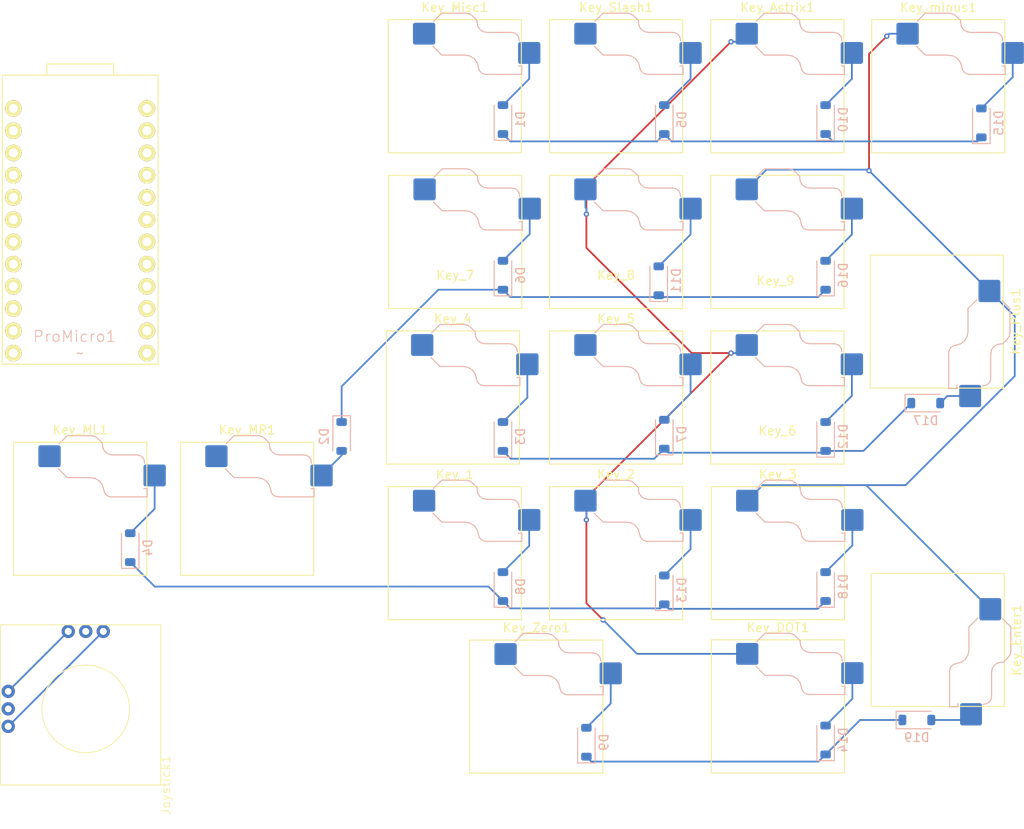
<source format=kicad_pcb>
(kicad_pcb (version 20241229) (generator "pcbnew") (generator_version "9.0")
  (layers (0 "F.Cu" signal) (2 "B.Cu" signal) (13 "F.Paste" user) (15 "B.Paste" user) (5 "F.SilkS" user "F.Silkscreen") (7 "B.SilkS" user "B.Silkscreen") (1 "F.Mask" user) (3 "B.Mask" user) (25 "Edge.Cuts" user))
  (net 0 "")
  (net 1 "Col3")
  (net 2 "Net-(D14-A)")
  (net 3 "Col1")
  (net 4 "Net-(D3-A)")
  (net 5 "Net-(D6-A)")
  (net 6 "Col2")
  (net 7 "Net-(D7-A)")
  (net 8 "Net-(D8-A)")
  (net 9 "Net-(D9-A)")
  (net 10 "Net-(D11-A)")
  (net 11 "Net-(D12-A)")
  (net 12 "Net-(D13-A)")
  (net 13 "Net-(D16-A)")
  (net 14 "Col4")
  (net 15 "Net-(D18-A)")
  (net 16 "Net-(D10-A)")
  (net 17 "Net-(D19-A)")
  (net 18 "Net-(D15-A)")
  (net 19 "Net-(D1-A)")
  (net 20 "Net-(D4-A)")
  (net 21 "Net-(D2-A)")
  (net 22 "Net-(D17-A)")
  (net 23 "Net-(D5-A)")
  (net 24 "Row4")
  (net 27 "Row2")
  (net 28 "GND")
  (net 34 "Row3")
  (net 35 "PWR")
  (net 36 "Row1")
  (net 38 "X Axis")
  (net 41 "Y Axis")
  (net 42 "Row5")
  (footprint "Switch_Keyboard_Hotswap_Kailh:SW_Hotswap_Kailh_Choc_V1V2_1.00u" (layer "F.Cu") (at 209.13 48.26)
    (property "Reference" "Key_Slash1" (at 0 -9 0) (layer "F.SilkS"))
    (property "Value" "SW_Push")
    (pad "" np_thru_hole circle (at -5.5 0) (size 1.9 1.9) (drill 1.9) (layers "*.Cu" "*.Mask"))
    (pad "" np_thru_hole circle (at -5 5.15) (size 1.6 1.6) (drill 1.6) (layers "*.Cu" "*.Mask"))
    (pad "" np_thru_hole circle (at 0 -5.9) (size 3.05 3.05) (drill 3.05) (layers "*.Cu" "*.Mask"))
    (pad "" np_thru_hole circle (at 0 0) (size 5.05 5.05) (drill 5.05) (layers "*.Cu" "*.Mask"))
    (pad "" np_thru_hole circle (at 5 -3.8) (size 3.05 3.05) (drill 3.05) (layers "*.Cu" "*.Mask"))
    (pad "" np_thru_hole circle (at 5.5 0) (size 1.9 1.9) (drill 1.9) (layers "*.Cu" "*.Mask"))
    (pad "1" smd roundrect (at -3.5 -6) (size 2.55 2.5) (layers "B.Cu" "B.Mask" "B.Paste") (roundrect_rratio 0.1) (net 6 "Col2"))
    (pad "2" smd roundrect (at 8.5 -3.8) (size 2.55 2.5) (layers "B.Cu" "B.Mask" "B.Paste") (roundrect_rratio 0.1) (net 23 "Net-(D5-A)"))
  )
  (footprint "Switch_Keyboard_Hotswap_Kailh:SW_Hotswap_Kailh_Choc_V1V2_1.00u" (layer "F.Cu") (at 227.545 48.26)
    (property "Reference" "Key_Astrix1" (at 0 -9 0) (layer "F.SilkS"))
    (property "Value" "SW_Push")
    (pad "" np_thru_hole circle (at -5.5 0) (size 1.9 1.9) (drill 1.9) (layers "*.Cu" "*.Mask"))
    (pad "" np_thru_hole circle (at -5 5.15) (size 1.6 1.6) (drill 1.6) (layers "*.Cu" "*.Mask"))
    (pad "" np_thru_hole circle (at 0 -5.9) (size 3.05 3.05) (drill 3.05) (layers "*.Cu" "*.Mask"))
    (pad "" np_thru_hole circle (at 0 0) (size 5.05 5.05) (drill 5.05) (layers "*.Cu" "*.Mask"))
    (pad "" np_thru_hole circle (at 5 -3.8) (size 3.05 3.05) (drill 3.05) (layers "*.Cu" "*.Mask"))
    (pad "" np_thru_hole circle (at 5.5 0) (size 1.9 1.9) (drill 1.9) (layers "*.Cu" "*.Mask"))
    (pad "1" smd roundrect (at -3.5 -6) (size 2.55 2.5) (layers "B.Cu" "B.Mask" "B.Paste") (roundrect_rratio 0.1) (net 1 "Col3"))
    (pad "2" smd roundrect (at 8.5 -3.8) (size 2.55 2.5) (layers "B.Cu" "B.Mask" "B.Paste") (roundrect_rratio 0.1) (net 16 "Net-(D10-A)"))
  )
  (footprint "Switch_Keyboard_Hotswap_Kailh:SW_Hotswap_Kailh_Choc_V1V2_1.00u" (layer "F.Cu") (at 227.545 66.04)
    (property "Reference" "Key_9" (at -0.215 4.445 0) (layer "F.SilkS"))
    (property "Value" "SW_Push")
    (pad "" np_thru_hole circle (at -5.5 0) (size 1.9 1.9) (drill 1.9) (layers "*.Cu" "*.Mask"))
    (pad "" np_thru_hole circle (at -5 5.15) (size 1.6 1.6) (drill 1.6) (layers "*.Cu" "*.Mask"))
    (pad "" np_thru_hole circle (at 0 -5.9) (size 3.05 3.05) (drill 3.05) (layers "*.Cu" "*.Mask"))
    (pad "" np_thru_hole circle (at 0 0) (size 5.05 5.05) (drill 5.05) (layers "*.Cu" "*.Mask"))
    (pad "" np_thru_hole circle (at 5 -3.8) (size 3.05 3.05) (drill 3.05) (layers "*.Cu" "*.Mask"))
    (pad "" np_thru_hole circle (at 5.5 0) (size 1.9 1.9) (drill 1.9) (layers "*.Cu" "*.Mask"))
    (pad "1" smd roundrect (at -3.5 -6) (size 2.55 2.5) (layers "B.Cu" "B.Mask" "B.Paste") (roundrect_rratio 0.1) (net 14 "Col4"))
    (pad "2" smd roundrect (at 8.5 -3.8) (size 2.55 2.5) (layers "B.Cu" "B.Mask" "B.Paste") (roundrect_rratio 0.1) (net 13 "Net-(D16-A)"))
  )
  (footprint "Switch_Keyboard_Hotswap_Kailh:SW_Hotswap_Kailh_Choc_V1V2_1.00u" (layer "F.Cu") (at 209.13 66.04)
    (property "Reference" "Key_8" (at 0 3.81 0) (layer "F.SilkS"))
    (property "Value" "SW_Push")
    (pad "" np_thru_hole circle (at -5.5 0) (size 1.9 1.9) (drill 1.9) (layers "*.Cu" "*.Mask"))
    (pad "" np_thru_hole circle (at -5 5.15) (size 1.6 1.6) (drill 1.6) (layers "*.Cu" "*.Mask"))
    (pad "" np_thru_hole circle (at 0 -5.9) (size 3.05 3.05) (drill 3.05) (layers "*.Cu" "*.Mask"))
    (pad "" np_thru_hole circle (at 0 0) (size 5.05 5.05) (drill 5.05) (layers "*.Cu" "*.Mask"))
    (pad "" np_thru_hole circle (at 5 -3.8) (size 3.05 3.05) (drill 3.05) (layers "*.Cu" "*.Mask"))
    (pad "" np_thru_hole circle (at 5.5 0) (size 1.9 1.9) (drill 1.9) (layers "*.Cu" "*.Mask"))
    (pad "1" smd roundrect (at -3.5 -6) (size 2.55 2.5) (layers "B.Cu" "B.Mask" "B.Paste") (roundrect_rratio 0.1) (net 1 "Col3"))
    (pad "2" smd roundrect (at 8.5 -3.8) (size 2.55 2.5) (layers "B.Cu" "B.Mask" "B.Paste") (roundrect_rratio 0.1) (net 10 "Net-(D11-A)"))
  )
  (footprint "Switch_Keyboard_Hotswap_Kailh:SW_Hotswap_Kailh_Choc_V1V2_1.00u" (layer "F.Cu") (at 190.77 66.04)
    (property "Reference" "Key_7" (at 0 3.81 0) (layer "F.SilkS"))
    (property "Value" "SW_Push")
    (pad "" np_thru_hole circle (at -5.5 0) (size 1.9 1.9) (drill 1.9) (layers "*.Cu" "*.Mask"))
    (pad "" np_thru_hole circle (at -5 5.15) (size 1.6 1.6) (drill 1.6) (layers "*.Cu" "*.Mask"))
    (pad "" np_thru_hole circle (at 0 -5.9) (size 3.05 3.05) (drill 3.05) (layers "*.Cu" "*.Mask"))
    (pad "" np_thru_hole circle (at 0 0) (size 5.05 5.05) (drill 5.05) (layers "*.Cu" "*.Mask"))
    (pad "" np_thru_hole circle (at 5 -3.8) (size 3.05 3.05) (drill 3.05) (layers "*.Cu" "*.Mask"))
    (pad "" np_thru_hole circle (at 5.5 0) (size 1.9 1.9) (drill 1.9) (layers "*.Cu" "*.Mask"))
    (pad "1" smd roundrect (at -3.5 -6) (size 2.55 2.5) (layers "B.Cu" "B.Mask" "B.Paste") (roundrect_rratio 0.1) (net 6 "Col2"))
    (pad "2" smd roundrect (at 8.5 -3.8) (size 2.55 2.5) (layers "B.Cu" "B.Mask" "B.Paste") (roundrect_rratio 0.1) (net 5 "Net-(D6-A)"))
  )
  (footprint "Switch_Keyboard_Hotswap_Kailh:SW_Hotswap_Kailh_Choc_V1V2_1.00u" (layer "F.Cu") (at 209.13 101.6)
    (property "Reference" "Key_2" (at 0 -9 0) (layer "F.SilkS"))
    (property "Value" "SW_Push")
    (pad "" np_thru_hole circle (at -5.5 0) (size 1.9 1.9) (drill 1.9) (layers "*.Cu" "*.Mask"))
    (pad "" np_thru_hole circle (at -5 5.15) (size 1.6 1.6) (drill 1.6) (layers "*.Cu" "*.Mask"))
    (pad "" np_thru_hole circle (at 0 -5.9) (size 3.05 3.05) (drill 3.05) (layers "*.Cu" "*.Mask"))
    (pad "" np_thru_hole circle (at 0 0) (size 5.05 5.05) (drill 5.05) (layers "*.Cu" "*.Mask"))
    (pad "" np_thru_hole circle (at 5 -3.8) (size 3.05 3.05) (drill 3.05) (layers "*.Cu" "*.Mask"))
    (pad "" np_thru_hole circle (at 5.5 0) (size 1.9 1.9) (drill 1.9) (layers "*.Cu" "*.Mask"))
    (pad "1" smd roundrect (at -3.5 -6) (size 2.55 2.5) (layers "B.Cu" "B.Mask" "B.Paste") (roundrect_rratio 0.1) (net 1 "Col3"))
    (pad "2" smd roundrect (at 8.5 -3.8) (size 2.55 2.5) (layers "B.Cu" "B.Mask" "B.Paste") (roundrect_rratio 0.1) (net 12 "Net-(D13-A)"))
  )
  (footprint "Sparky Boards:ARDUINO_PRO_MICRO" (layer "F.Cu") (at 147.955 63.5)
    (property "Reference" "ProMicro1" (at -0.635 13.335 0) (layer "B.SilkS") (effects (font (size 1.27 1.27) (thickness 0.1016))))
    (property "Value" "~" (at 0 15.24 0) (layer "B.SilkS") (effects (font (size 1.27 1.27) (thickness 0.1016))))
    (pad "1" thru_hole circle (at -7.62 -12.7) (size 1.8796 1.8796) (drill 1.016) (layers "*.Cu" "F.Mask" "F.SilkS" "F.Paste"))
    (pad "2" thru_hole circle (at -7.62 -10.16) (size 1.8796 1.8796) (drill 1.016) (layers "*.Cu" "F.Mask" "F.SilkS" "F.Paste"))
    (pad "3" thru_hole circle (at -7.62 -7.62) (size 1.8796 1.8796) (drill 1.016) (layers "*.Cu" "F.Mask" "F.SilkS" "F.Paste"))
    (pad "4" thru_hole circle (at -7.62 -5.08) (size 1.8796 1.8796) (drill 1.016) (layers "*.Cu" "F.Mask" "F.SilkS" "F.Paste"))
    (pad "5" thru_hole circle (at -7.62 -2.54) (size 1.8796 1.8796) (drill 1.016) (layers "*.Cu" "F.Mask" "F.SilkS" "F.Paste"))
    (pad "6" thru_hole circle (at -7.62 0) (size 1.8796 1.8796) (drill 1.016) (layers "*.Cu" "F.Mask" "F.SilkS" "F.Paste"))
    (pad "7" thru_hole circle (at -7.62 2.54) (size 1.8796 1.8796) (drill 1.016) (layers "*.Cu" "F.Mask" "F.SilkS" "F.Paste"))
    (pad "8" thru_hole circle (at -7.62 5.08) (size 1.8796 1.8796) (drill 1.016) (layers "*.Cu" "F.Mask" "F.SilkS" "F.Paste"))
    (pad "9" thru_hole circle (at -7.62 7.62) (size 1.8796 1.8796) (drill 1.016) (layers "*.Cu" "F.Mask" "F.SilkS" "F.Paste") (net 14 "Col4"))
    (pad "10" thru_hole circle (at -7.62 10.16) (size 1.8796 1.8796) (drill 1.016) (layers "*.Cu" "F.Mask" "F.SilkS" "F.Paste") (net 1 "Col3"))
    (pad "11" thru_hole circle (at -7.62 12.7) (size 1.8796 1.8796) (drill 1.016) (layers "*.Cu" "F.Mask" "F.SilkS" "F.Paste") (net 6 "Col2"))
    (pad "12" thru_hole circle (at -7.62 15.24) (size 1.8796 1.8796) (drill 1.016) (layers "*.Cu" "F.Mask" "F.SilkS" "F.Paste") (net 3 "Col1"))
    (pad "13" thru_hole circle (at 7.62 15.24) (size 1.8796 1.8796) (drill 1.016) (layers "*.Cu" "F.Mask" "F.SilkS" "F.Paste") (net 42 "Row5"))
    (pad "14" thru_hole circle (at 7.62 12.7) (size 1.8796 1.8796) (drill 1.016) (layers "*.Cu" "F.Mask" "F.SilkS" "F.Paste") (net 24 "Row4"))
    (pad "15" thru_hole circle (at 7.62 10.16) (size 1.8796 1.8796) (drill 1.016) (layers "*.Cu" "F.Mask" "F.SilkS" "F.Paste") (net 24 "Row4"))
    (pad "16" thru_hole circle (at 7.62 7.62) (size 1.8796 1.8796) (drill 1.016) (layers "*.Cu" "F.Mask" "F.SilkS" "F.Paste") (net 34 "Row3"))
    (pad "17" thru_hole circle (at 7.62 5.08) (size 1.8796 1.8796) (drill 1.016) (layers "*.Cu" "F.Mask" "F.SilkS" "F.Paste") (net 27 "Row2"))
    (pad "18" thru_hole circle (at 7.62 2.54) (size 1.8796 1.8796) (drill 1.016) (layers "*.Cu" "F.Mask" "F.SilkS" "F.Paste") (net 36 "Row1"))
    (pad "19" thru_hole circle (at 7.62 0) (size 1.8796 1.8796) (drill 1.016) (layers "*.Cu" "F.Mask" "F.SilkS" "F.Paste") (net 41 "Y Axis"))
    (pad "20" thru_hole circle (at 7.62 -2.54) (size 1.8796 1.8796) (drill 1.016) (layers "*.Cu" "F.Mask" "F.SilkS" "F.Paste") (net 38 "X Axis"))
    (pad "21" thru_hole circle (at 7.62 -5.08) (size 1.8796 1.8796) (drill 1.016) (layers "*.Cu" "F.Mask" "F.SilkS" "F.Paste") (net 35 "PWR"))
    (pad "22" thru_hole circle (at 7.62 -7.62) (size 1.8796 1.8796) (drill 1.016) (layers "*.Cu" "F.Mask" "F.SilkS" "F.Paste"))
    (pad "23" thru_hole circle (at 7.62 -10.16) (size 1.8796 1.8796) (drill 1.016) (layers "*.Cu" "F.Mask" "F.SilkS" "F.Paste") (net 28 "GND"))
    (pad "24" thru_hole circle (at 7.62 -12.7) (size 1.8796 1.8796) (drill 1.016) (layers "*.Cu" "F.Mask" "F.SilkS" "F.Paste"))
  )
  (footprint "Switch_Keyboard_Hotswap_Kailh:SW_Hotswap_Kailh_Choc_V1V2_2.00u" (layer "F.Cu") (at 245.845952 111.499522 -90)
    (property "Reference" "Key_Enter1" (at 0 -9 90) (layer "F.SilkS"))
    (property "Value" "SW_Push")
    (pad "" np_thru_hole circle (at -5.5 0 270) (size 1.9 1.9) (drill 1.9) (layers "*.Cu" "*.Mask"))
    (pad "" np_thru_hole circle (at -5 5.15 270) (size 1.6 1.6) (drill 1.6) (layers "*.Cu" "*.Mask"))
    (pad "" np_thru_hole circle (at 0 -5.9 270) (size 3.05 3.05) (drill 3.05) (layers "*.Cu" "*.Mask"))
    (pad "" np_thru_hole circle (at 0 0 270) (size 5.05 5.05) (drill 5.05) (layers "*.Cu" "*.Mask"))
    (pad "" np_thru_hole circle (at 5 -3.8 270) (size 3.05 3.05) (drill 3.05) (layers "*.Cu" "*.Mask"))
    (pad "" np_thru_hole circle (at 5.5 0 270) (size 1.9 1.9) (drill 1.9) (layers "*.Cu" "*.Mask"))
    (pad "1" smd roundrect (at -3.5 -6 270) (size 2.55 2.5) (layers "B.Cu" "B.Mask" "B.Paste") (roundrect_rratio 0.1) (net 14 "Col4"))
    (pad "2" smd roundrect (at 8.5 -3.8 270) (size 2.55 2.5) (layers "B.Cu" "B.Mask" "B.Paste") (roundrect_rratio 0.1) (net 17 "Net-(D19-A)"))
  )
  (footprint "Switch_Keyboard_Hotswap_Kailh:SW_Hotswap_Kailh_Choc_V1V2_2.00u" (layer "F.Cu") (at 200.017017 119.119223)
    (property "Reference" "Key_Zero1" (at 0 -9 0) (layer "F.SilkS"))
    (property "Value" "SW_Push")
    (pad "" np_thru_hole circle (at -5.5 0) (size 1.9 1.9) (drill 1.9) (layers "*.Cu" "*.Mask"))
    (pad "" np_thru_hole circle (at -5 5.15) (size 1.6 1.6) (drill 1.6) (layers "*.Cu" "*.Mask"))
    (pad "" np_thru_hole circle (at 0 -5.9) (size 3.05 3.05) (drill 3.05) (layers "*.Cu" "*.Mask"))
    (pad "" np_thru_hole circle (at 0 0) (size 5.05 5.05) (drill 5.05) (layers "*.Cu" "*.Mask"))
    (pad "" np_thru_hole circle (at 5 -3.8) (size 3.05 3.05) (drill 3.05) (layers "*.Cu" "*.Mask"))
    (pad "" np_thru_hole circle (at 5.5 0) (size 1.9 1.9) (drill 1.9) (layers "*.Cu" "*.Mask"))
    (pad "1" smd roundrect (at -3.5 -6) (size 2.55 2.5) (layers "B.Cu" "B.Mask" "B.Paste") (roundrect_rratio 0.1) (net 6 "Col2"))
    (pad "2" smd roundrect (at 8.5 -3.8) (size 2.55 2.5) (layers "B.Cu" "B.Mask" "B.Paste") (roundrect_rratio 0.1) (net 9 "Net-(D9-A)"))
  )
  (footprint "Switch_Keyboard_Hotswap_Kailh:SW_Hotswap_Kailh_Choc_V1V2_1.00u" (layer "F.Cu") (at 190.5 83.82)
    (property "Reference" "Key_4" (at 0 -9 0) (layer "F.SilkS"))
    (property "Value" "SW_Push")
    (pad "" np_thru_hole circle (at -5.5 0) (size 1.9 1.9) (drill 1.9) (layers "*.Cu" "*.Mask"))
    (pad "" np_thru_hole circle (at -5 5.15) (size 1.6 1.6) (drill 1.6) (layers "*.Cu" "*.Mask"))
    (pad "" np_thru_hole circle (at 0 -5.9) (size 3.05 3.05) (drill 3.05) (layers "*.Cu" "*.Mask"))
    (pad "" np_thru_hole circle (at 0 0) (size 5.05 5.05) (drill 5.05) (layers "*.Cu" "*.Mask"))
    (pad "" np_thru_hole circle (at 5 -3.8) (size 3.05 3.05) (drill 3.05) (layers "*.Cu" "*.Mask"))
    (pad "" np_thru_hole circle (at 5.5 0) (size 1.9 1.9) (drill 1.9) (layers "*.Cu" "*.Mask"))
    (pad "1" smd roundrect (at -3.5 -6) (size 2.55 2.5) (layers "B.Cu" "B.Mask" "B.Paste") (roundrect_rratio 0.1) (net 3 "Col1"))
    (pad "2" smd roundrect (at 8.5 -3.8) (size 2.55 2.5) (layers "B.Cu" "B.Mask" "B.Paste") (roundrect_rratio 0.1) (net 4 "Net-(D3-A)"))
  )
  (footprint "Switch_Keyboard_Hotswap_Kailh:SW_Hotswap_Kailh_Choc_V1V2_1.00u" (layer "F.Cu") (at 227.6 101.6)
    (property "Reference" "Key_3" (at 0 -9 0) (layer "F.SilkS"))
    (property "Value" "SW_Push")
    (pad "" np_thru_hole circle (at -5.5 0) (size 1.9 1.9) (drill 1.9) (layers "*.Cu" "*.Mask"))
    (pad "" np_thru_hole circle (at -5 5.15) (size 1.6 1.6) (drill 1.6) (layers "*.Cu" "*.Mask"))
    (pad "" np_thru_hole circle (at 0 -5.9) (size 3.05 3.05) (drill 3.05) (layers "*.Cu" "*.Mask"))
    (pad "" np_thru_hole circle (at 0 0) (size 5.05 5.05) (drill 5.05) (layers "*.Cu" "*.Mask"))
    (pad "" np_thru_hole circle (at 5 -3.8) (size 3.05 3.05) (drill 3.05) (layers "*.Cu" "*.Mask"))
    (pad "" np_thru_hole circle (at 5.5 0) (size 1.9 1.9) (drill 1.9) (layers "*.Cu" "*.Mask"))
    (pad "1" smd roundrect (at -3.5 -6) (size 2.55 2.5) (layers "B.Cu" "B.Mask" "B.Paste") (roundrect_rratio 0.1) (net 14 "Col4"))
    (pad "2" smd roundrect (at 8.5 -3.8) (size 2.55 2.5) (layers "B.Cu" "B.Mask" "B.Paste") (roundrect_rratio 0.1) (net 15 "Net-(D18-A)"))
  )
  (footprint "Switch_Keyboard_Hotswap_Kailh:SW_Hotswap_Kailh_Choc_V1V2_1.00u" (layer "F.Cu") (at 227.545 83.82)
    (property "Reference" "Key_6" (at 0 3.81 0) (layer "F.SilkS"))
    (property "Value" "SW_Push")
    (pad "" np_thru_hole circle (at -5.5 0) (size 1.9 1.9) (drill 1.9) (layers "*.Cu" "*.Mask"))
    (pad "" np_thru_hole circle (at -5 5.15) (size 1.6 1.6) (drill 1.6) (layers "*.Cu" "*.Mask"))
    (pad "" np_thru_hole circle (at 0 -5.9) (size 3.05 3.05) (drill 3.05) (layers "*.Cu" "*.Mask"))
    (pad "" np_thru_hole circle (at 0 0) (size 5.05 5.05) (drill 5.05) (layers "*.Cu" "*.Mask"))
    (pad "" np_thru_hole circle (at 5 -3.8) (size 3.05 3.05) (drill 3.05) (layers "*.Cu" "*.Mask"))
    (pad "" np_thru_hole circle (at 5.5 0) (size 1.9 1.9) (drill 1.9) (layers "*.Cu" "*.Mask"))
    (pad "1" smd roundrect (at -3.5 -6) (size 2.55 2.5) (layers "B.Cu" "B.Mask" "B.Paste") (roundrect_rratio 0.1) (net 1 "Col3"))
    (pad "2" smd roundrect (at 8.5 -3.8) (size 2.55 2.5) (layers "B.Cu" "B.Mask" "B.Paste") (roundrect_rratio 0.1) (net 11 "Net-(D12-A)"))
  )
  (footprint "Switch_Keyboard_Hotswap_Kailh:SW_Hotswap_Kailh_Choc_V1V2_1.00u" (layer "F.Cu") (at 245.904407 48.26)
    (property "Reference" "Key_minus1" (at 0 -9 0) (layer "F.SilkS"))
    (property "Value" "SW_Push")
    (pad "" np_thru_hole circle (at -5.5 0) (size 1.9 1.9) (drill 1.9) (layers "*.Cu" "*.Mask"))
    (pad "" np_thru_hole circle (at -5 5.15) (size 1.6 1.6) (drill 1.6) (layers "*.Cu" "*.Mask"))
    (pad "" np_thru_hole circle (at 0 -5.9) (size 3.05 3.05) (drill 3.05) (layers "*.Cu" "*.Mask"))
    (pad "" np_thru_hole circle (at 0 0) (size 5.05 5.05) (drill 5.05) (layers "*.Cu" "*.Mask"))
    (pad "" np_thru_hole circle (at 5 -3.8) (size 3.05 3.05) (drill 3.05) (layers "*.Cu" "*.Mask"))
    (pad "" np_thru_hole circle (at 5.5 0) (size 1.9 1.9) (drill 1.9) (layers "*.Cu" "*.Mask"))
    (pad "1" smd roundrect (at -3.5 -6) (size 2.55 2.5) (layers "B.Cu" "B.Mask" "B.Paste") (roundrect_rratio 0.1) (net 14 "Col4"))
    (pad "2" smd roundrect (at 8.5 -3.8) (size 2.55 2.5) (layers "B.Cu" "B.Mask" "B.Paste") (roundrect_rratio 0.1) (net 18 "Net-(D15-A)"))
  )
  (footprint "Switch_Keyboard_Hotswap_Kailh:SW_Hotswap_Kailh_Choc_V1V2_1.00u" (layer "F.Cu") (at 147.955 96.52)
    (property "Reference" "Key_ML1" (at 0 -9 0) (layer "F.SilkS"))
    (property "Value" "SW_Push")
    (pad "" np_thru_hole circle (at -5.5 0) (size 1.9 1.9) (drill 1.9) (layers "*.Cu" "*.Mask"))
    (pad "" np_thru_hole circle (at -5 5.15) (size 1.6 1.6) (drill 1.6) (layers "*.Cu" "*.Mask"))
    (pad "" np_thru_hole circle (at 0 -5.9) (size 3.05 3.05) (drill 3.05) (layers "*.Cu" "*.Mask"))
    (pad "" np_thru_hole circle (at 0 0) (size 5.05 5.05) (drill 5.05) (layers "*.Cu" "*.Mask"))
    (pad "" np_thru_hole circle (at 5 -3.8) (size 3.05 3.05) (drill 3.05) (layers "*.Cu" "*.Mask"))
    (pad "" np_thru_hole circle (at 5.5 0) (size 1.9 1.9) (drill 1.9) (layers "*.Cu" "*.Mask"))
    (pad "1" smd roundrect (at -3.5 -6) (size 2.55 2.5) (layers "B.Cu" "B.Mask" "B.Paste") (roundrect_rratio 0.1) (net 3 "Col1"))
    (pad "2" smd roundrect (at 8.5 -3.8) (size 2.55 2.5) (layers "B.Cu" "B.Mask" "B.Paste") (roundrect_rratio 0.1) (net 20 "Net-(D4-A)"))
  )
  (footprint "Switch_Keyboard_Hotswap_Kailh:SW_Hotswap_Kailh_Choc_V1V2_1.00u" (layer "F.Cu") (at 227.6 119.096)
    (property "Reference" "Key_DOT1" (at 0 -9 0) (layer "F.SilkS"))
    (property "Value" "SW_Push")
    (pad "" np_thru_hole circle (at -5.5 0) (size 1.9 1.9) (drill 1.9) (layers "*.Cu" "*.Mask"))
    (pad "" np_thru_hole circle (at -5 5.15) (size 1.6 1.6) (drill 1.6) (layers "*.Cu" "*.Mask"))
    (pad "" np_thru_hole circle (at 0 -5.9) (size 3.05 3.05) (drill 3.05) (layers "*.Cu" "*.Mask"))
    (pad "" np_thru_hole circle (at 0 0) (size 5.05 5.05) (drill 5.05) (layers "*.Cu" "*.Mask"))
    (pad "" np_thru_hole circle (at 5 -3.8) (size 3.05 3.05) (drill 3.05) (layers "*.Cu" "*.Mask"))
    (pad "" np_thru_hole circle (at 5.5 0) (size 1.9 1.9) (drill 1.9) (layers "*.Cu" "*.Mask"))
    (pad "1" smd roundrect (at -3.5 -6) (size 2.55 2.5) (layers "B.Cu" "B.Mask" "B.Paste") (roundrect_rratio 0.1) (net 1 "Col3"))
    (pad "2" smd roundrect (at 8.5 -3.8) (size 2.55 2.5) (layers "B.Cu" "B.Mask" "B.Paste") (roundrect_rratio 0.1) (net 2 "Net-(D14-A)"))
  )
  (footprint "Switch_Keyboard_Hotswap_Kailh:SW_Hotswap_Kailh_Choc_V1V2_1.00u" (layer "F.Cu") (at 167.005 96.52)
    (property "Reference" "Key_MR1" (at 0 -9 0) (layer "F.SilkS"))
    (property "Value" "SW_Push")
    (pad "" np_thru_hole circle (at -5.5 0) (size 1.9 1.9) (drill 1.9) (layers "*.Cu" "*.Mask"))
    (pad "" np_thru_hole circle (at -5 5.15) (size 1.6 1.6) (drill 1.6) (layers "*.Cu" "*.Mask"))
    (pad "" np_thru_hole circle (at 0 -5.9) (size 3.05 3.05) (drill 3.05) (layers "*.Cu" "*.Mask"))
    (pad "" np_thru_hole circle (at 0 0) (size 5.05 5.05) (drill 5.05) (layers "*.Cu" "*.Mask"))
    (pad "" np_thru_hole circle (at 5 -3.8) (size 3.05 3.05) (drill 3.05) (layers "*.Cu" "*.Mask"))
    (pad "" np_thru_hole circle (at 5.5 0) (size 1.9 1.9) (drill 1.9) (layers "*.Cu" "*.Mask"))
    (pad "1" smd roundrect (at -3.5 -6) (size 2.55 2.5) (layers "B.Cu" "B.Mask" "B.Paste") (roundrect_rratio 0.1) (net 3 "Col1"))
    (pad "2" smd roundrect (at 8.5 -3.8) (size 2.55 2.5) (layers "B.Cu" "B.Mask" "B.Paste") (roundrect_rratio 0.1) (net 21 "Net-(D2-A)"))
  )
  (footprint "Switch_Keyboard_Hotswap_Kailh:SW_Hotswap_Kailh_Choc_V1V2_1.00u" (layer "F.Cu") (at 190.715 48.26)
    (property "Reference" "Key_Misc1" (at 0 -9 0) (layer "F.SilkS"))
    (property "Value" "SW_Push")
    (pad "" np_thru_hole circle (at -5.5 0) (size 1.9 1.9) (drill 1.9) (layers "*.Cu" "*.Mask"))
    (pad "" np_thru_hole circle (at -5 5.15) (size 1.6 1.6) (drill 1.6) (layers "*.Cu" "*.Mask"))
    (pad "" np_thru_hole circle (at 0 -5.9) (size 3.05 3.05) (drill 3.05) (layers "*.Cu" "*.Mask"))
    (pad "" np_thru_hole circle (at 0 0) (size 5.05 5.05) (drill 5.05) (layers "*.Cu" "*.Mask"))
    (pad "" np_thru_hole circle (at 5 -3.8) (size 3.05 3.05) (drill 3.05) (layers "*.Cu" "*.Mask"))
    (pad "" np_thru_hole circle (at 5.5 0) (size 1.9 1.9) (drill 1.9) (layers "*.Cu" "*.Mask"))
    (pad "1" smd roundrect (at -3.5 -6) (size 2.55 2.5) (layers "B.Cu" "B.Mask" "B.Paste") (roundrect_rratio 0.1) (net 3 "Col1"))
    (pad "2" smd roundrect (at 8.5 -3.8) (size 2.55 2.5) (layers "B.Cu" "B.Mask" "B.Paste") (roundrect_rratio 0.1) (net 19 "Net-(D1-A)"))
  )
  (footprint "Switch_Keyboard_Hotswap_Kailh:SW_Hotswap_Kailh_Choc_V1V2_1.00u" (layer "F.Cu") (at 209.13 83.82)
    (property "Reference" "Key_5" (at 0 -9 0) (layer "F.SilkS"))
    (property "Value" "SW_Push")
    (pad "" np_thru_hole circle (at -5.5 0) (size 1.9 1.9) (drill 1.9) (layers "*.Cu" "*.Mask"))
    (pad "" np_thru_hole circle (at -5 5.15) (size 1.6 1.6) (drill 1.6) (layers "*.Cu" "*.Mask"))
    (pad "" np_thru_hole circle (at 0 -5.9) (size 3.05 3.05) (drill 3.05) (layers "*.Cu" "*.Mask"))
    (pad "" np_thru_hole circle (at 0 0) (size 5.05 5.05) (drill 5.05) (layers "*.Cu" "*.Mask"))
    (pad "" np_thru_hole circle (at 5 -3.8) (size 3.05 3.05) (drill 3.05) (layers "*.Cu" "*.Mask"))
    (pad "" np_thru_hole circle (at 5.5 0) (size 1.9 1.9) (drill 1.9) (layers "*.Cu" "*.Mask"))
    (pad "1" smd roundrect (at -3.5 -6) (size 2.55 2.5) (layers "B.Cu" "B.Mask" "B.Paste") (roundrect_rratio 0.1) (net 6 "Col2"))
    (pad "2" smd roundrect (at 8.5 -3.8) (size 2.55 2.5) (layers "B.Cu" "B.Mask" "B.Paste") (roundrect_rratio 0.1) (net 7 "Net-(D7-A)"))
  )
  (footprint "SparkFun-KiCad-Libraries-main:joystick" (layer "F.Cu") (at 148.59 119.38 90)
    (property "Reference" "Joystick1" (at -8.72117 9.125463 90) (layer "F.SilkS") (effects (font (thickness 0.1))))
    (property "Value" "~")
    (pad "1" thru_hole circle (at -2 -8.85 90) (size 1.524 1.524) (drill 0.8) (layers "*.Cu" "*.Mask") (net 35 "PWR"))
    (pad "1" thru_hole circle (at 8.85 2 90) (size 1.524 1.524) (drill 0.8) (layers "*.Cu" "*.Mask") (net 35 "PWR"))
    (pad "2" thru_hole circle (at 0 -8.85 90) (size 1.524 1.524) (drill 0.762) (layers "*.Cu" "*.Mask") (net 41 "Y Axis"))
    (pad "3" thru_hole circle (at 8.85 0 90) (size 1.524 1.524) (drill 0.8) (layers "*.Cu" "*.Mask") (net 38 "X Axis"))
    (pad "4" thru_hole circle (at 2 -8.85 90) (size 1.524 1.524) (drill 0.762) (layers "*.Cu" "*.Mask") (net 28 "GND"))
    (pad "4" thru_hole circle (at 8.85 -2 90) (size 1.524 1.524) (drill 0.8) (layers "*.Cu" "*.Mask") (net 28 "GND"))
  )
  (footprint "Switch_Keyboard_Hotswap_Kailh:SW_Hotswap_Kailh_Choc_V1V2_1.00u" (layer "F.Cu") (at 190.715 101.6)
    (property "Reference" "Key_1" (at 0 -9 0) (layer "F.SilkS"))
    (property "Value" "SW_Push")
    (pad "" np_thru_hole circle (at -5.5 0) (size 1.9 1.9) (drill 1.9) (layers "*.Cu" "*.Mask"))
    (pad "" np_thru_hole circle (at -5 5.15) (size 1.6 1.6) (drill 1.6) (layers "*.Cu" "*.Mask"))
    (pad "" np_thru_hole circle (at 0 -5.9) (size 3.05 3.05) (drill 3.05) (layers "*.Cu" "*.Mask"))
    (pad "" np_thru_hole circle (at 0 0) (size 5.05 5.05) (drill 5.05) (layers "*.Cu" "*.Mask"))
    (pad "" np_thru_hole circle (at 5 -3.8) (size 3.05 3.05) (drill 3.05) (layers "*.Cu" "*.Mask"))
    (pad "" np_thru_hole circle (at 5.5 0) (size 1.9 1.9) (drill 1.9) (layers "*.Cu" "*.Mask"))
    (pad "1" smd roundrect (at -3.5 -6) (size 2.55 2.5) (layers "B.Cu" "B.Mask" "B.Paste") (roundrect_rratio 0.1) (net 6 "Col2"))
    (pad "2" smd roundrect (at 8.5 -3.8) (size 2.55 2.5) (layers "B.Cu" "B.Mask" "B.Paste") (roundrect_rratio 0.1) (net 8 "Net-(D8-A)"))
  )
  (footprint "Switch_Keyboard_Hotswap_Kailh:SW_Hotswap_Kailh_Choc_V1V2_2.00u" (layer "F.Cu") (at 245.745 75.145 -90)
    (property "Reference" "Key_Plus1" (at 0 -9 90) (layer "F.SilkS"))
    (property "Value" "SW_Push")
    (pad "" np_thru_hole circle (at -5.5 0 270) (size 1.9 1.9) (drill 1.9) (layers "*.Cu" "*.Mask"))
    (pad "" np_thru_hole circle (at -5 5.15 270) (size 1.6 1.6) (drill 1.6) (layers "*.Cu" "*.Mask"))
    (pad "" np_thru_hole circle (at 0 -5.9 270) (size 3.05 3.05) (drill 3.05) (layers "*.Cu" "*.Mask"))
    (pad "" np_thru_hole circle (at 0 0 270) (size 5.05 5.05) (drill 5.05) (layers "*.Cu" "*.Mask"))
    (pad "" np_thru_hole circle (at 5 -3.8 270) (size 3.05 3.05) (drill 3.05) (layers "*.Cu" "*.Mask"))
    (pad "" np_thru_hole circle (at 5.5 0 270) (size 1.9 1.9) (drill 1.9) (layers "*.Cu" "*.Mask"))
    (pad "1" smd roundrect (at -3.5 -6 270) (size 2.55 2.5) (layers "B.Cu" "B.Mask" "B.Paste") (roundrect_rratio 0.1) (net 14 "Col4"))
    (pad "2" smd roundrect (at 8.5 -3.8 270) (size 2.55 2.5) (layers "B.Cu" "B.Mask" "B.Paste") (roundrect_rratio 0.1) (net 22 "Net-(D17-A)"))
  )
  (footprint "Diode_SMD:D_SOD-123" (layer "B.Cu") (at 243.46 120.65)
    (property "Reference" "D19" (at 0 2 180) (layer "B.SilkS") (effects (justify mirror)))
    (property "Value" "D")
    (pad "1" smd roundrect (at -1.65 0) (size 0.9 1.2) (layers "B.Cu" "B.Mask" "B.Paste") (net 42 "Row5"))
    (pad "2" smd roundrect (at 1.65 0) (size 0.9 1.2) (layers "B.Cu" "B.Mask" "B.Paste") (net 17 "Net-(D19-A)"))
  )
  (footprint "Diode_SMD:D_SOD-123" (layer "B.Cu") (at 233.045 69.85 90)
    (property "Reference" "D16" (at 0 2 90) (layer "B.SilkS") (effects (justify mirror)))
    (property "Value" "D")
    (pad "1" smd roundrect (at -1.65 0 90) (size 0.9 1.2) (layers "B.Cu" "B.Mask" "B.Paste") (net 27 "Row2"))
    (pad "2" smd roundrect (at 1.65 0 90) (size 0.9 1.2) (layers "B.Cu" "B.Mask" "B.Paste") (net 13 "Net-(D16-A)"))
  )
  (footprint "Diode_SMD:D_SOD-123" (layer "B.Cu") (at 250.825 52.45 90)
    (property "Reference" "D15" (at 0 2 90) (layer "B.SilkS") (effects (justify mirror)))
    (property "Value" "D")
    (pad "1" smd roundrect (at -1.65 0 90) (size 0.9 1.2) (layers "B.Cu" "B.Mask" "B.Paste") (net 36 "Row1"))
    (pad "2" smd roundrect (at 1.65 0 90) (size 0.9 1.2) (layers "B.Cu" "B.Mask" "B.Paste") (net 18 "Net-(D15-A)"))
  )
  (footprint "Diode_SMD:D_SOD-123" (layer "B.Cu") (at 214.63 52.07 90)
    (property "Reference" "D5" (at 0 2 90) (layer "B.SilkS") (effects (justify mirror)))
    (property "Value" "D")
    (pad "1" smd roundrect (at -1.65 0 90) (size 0.9 1.2) (layers "B.Cu" "B.Mask" "B.Paste") (net 36 "Row1"))
    (pad "2" smd roundrect (at 1.65 0 90) (size 0.9 1.2) (layers "B.Cu" "B.Mask" "B.Paste") (net 23 "Net-(D5-A)"))
  )
  (footprint "Diode_SMD:D_SOD-123" (layer "B.Cu") (at 196.215 88.265 90)
    (property "Reference" "D3" (at 0 2 90) (layer "B.SilkS") (effects (justify mirror)))
    (property "Value" "D")
    (pad "1" smd roundrect (at -1.65 0 90) (size 0.9 1.2) (layers "B.Cu" "B.Mask" "B.Paste") (net 34 "Row3"))
    (pad "2" smd roundrect (at 1.65 0 90) (size 0.9 1.2) (layers "B.Cu" "B.Mask" "B.Paste") (net 4 "Net-(D3-A)"))
  )
  (footprint "Diode_SMD:D_SOD-123" (layer "B.Cu") (at 153.67 100.965 90)
    (property "Reference" "D4" (at 0 2 90) (layer "B.SilkS") (effects (justify mirror)))
    (property "Value" "D")
    (pad "1" smd roundrect (at -1.65 0 90) (size 0.9 1.2) (layers "B.Cu" "B.Mask" "B.Paste") (net 24 "Row4"))
    (pad "2" smd roundrect (at 1.65 0 90) (size 0.9 1.2) (layers "B.Cu" "B.Mask" "B.Paste") (net 20 "Net-(D4-A)"))
  )
  (footprint "Diode_SMD:D_SOD-123" (layer "B.Cu") (at 233.045 88.265 90)
    (property "Reference" "D12" (at 0 2 90) (layer "B.SilkS") (effects (justify mirror)))
    (property "Value" "D")
    (pad "1" smd roundrect (at -1.65 0 90) (size 0.9 1.2) (layers "B.Cu" "B.Mask" "B.Paste") (net 34 "Row3"))
    (pad "2" smd roundrect (at 1.65 0 90) (size 0.9 1.2) (layers "B.Cu" "B.Mask" "B.Paste") (net 11 "Net-(D12-A)"))
  )
  (footprint "Diode_SMD:D_SOD-123" (layer "B.Cu") (at 213.995 70.485 90)
    (property "Reference" "D11" (at 0 2 90) (layer "B.SilkS") (effects (justify mirror)))
    (property "Value" "D")
    (pad "1" smd roundrect (at -1.65 0 90) (size 0.9 1.2) (layers "B.Cu" "B.Mask" "B.Paste") (net 27 "Row2"))
    (pad "2" smd roundrect (at 1.65 0 90) (size 0.9 1.2) (layers "B.Cu" "B.Mask" "B.Paste") (net 10 "Net-(D11-A)"))
  )
  (footprint "Diode_SMD:D_SOD-123" (layer "B.Cu") (at 196.215 69.85 90)
    (property "Reference" "D6" (at 0 2 90) (layer "B.SilkS") (effects (justify mirror)))
    (property "Value" "D")
    (pad "1" smd roundrect (at -1.65 0 90) (size 0.9 1.2) (layers "B.Cu" "B.Mask" "B.Paste") (net 27 "Row2"))
    (pad "2" smd roundrect (at 1.65 0 90) (size 0.9 1.2) (layers "B.Cu" "B.Mask" "B.Paste") (net 5 "Net-(D6-A)"))
  )
  (footprint "Diode_SMD:D_SOD-123" (layer "B.Cu") (at 233.045 52.07 90)
    (property "Reference" "D10" (at 0 2 90) (layer "B.SilkS") (effects (justify mirror)))
    (property "Value" "D")
    (pad "1" smd roundrect (at -1.65 0 90) (size 0.9 1.2) (layers "B.Cu" "B.Mask" "B.Paste") (net 36 "Row1"))
    (pad "2" smd roundrect (at 1.65 0 90) (size 0.9 1.2) (layers "B.Cu" "B.Mask" "B.Paste") (net 16 "Net-(D10-A)"))
  )
  (footprint "Diode_SMD:D_SOD-123" (layer "B.Cu") (at 196.215 52.07 90)
    (property "Reference" "D1" (at 0 2 90) (layer "B.SilkS") (effects (justify mirror)))
    (property "Value" "D")
    (pad "1" smd roundrect (at -1.65 0 90) (size 0.9 1.2) (layers "B.Cu" "B.Mask" "B.Paste") (net 36 "Row1"))
    (pad "2" smd roundrect (at 1.65 0 90) (size 0.9 1.2) (layers "B.Cu" "B.Mask" "B.Paste") (net 19 "Net-(D1-A)"))
  )
  (footprint "Diode_SMD:D_SOD-123" (layer "B.Cu") (at 177.8 88.265 -90)
    (property "Reference" "D2" (at 0 2 90) (layer "B.SilkS") (effects (justify mirror)))
    (property "Value" "D")
    (pad "1" smd roundrect (at -1.65 0 270) (size 0.9 1.2) (layers "B.Cu" "B.Mask" "B.Paste") (net 27 "Row2"))
    (pad "2" smd roundrect (at 1.65 0 270) (size 0.9 1.2) (layers "B.Cu" "B.Mask" "B.Paste") (net 21 "Net-(D2-A)"))
  )
  (footprint "Diode_SMD:D_SOD-123" (layer "B.Cu") (at 205.74 123.19 90)
    (property "Reference" "D9" (at 0 2 90) (layer "B.SilkS") (effects (justify mirror)))
    (property "Value" "D")
    (pad "1" smd roundrect (at -1.65 0 90) (size 0.9 1.2) (layers "B.Cu" "B.Mask" "B.Paste") (net 42 "Row5"))
    (pad "2" smd roundrect (at 1.65 0 90) (size 0.9 1.2) (layers "B.Cu" "B.Mask" "B.Paste") (net 9 "Net-(D9-A)"))
  )
  (footprint "Diode_SMD:D_SOD-123" (layer "B.Cu") (at 244.475 84.455)
    (property "Reference" "D17" (at 0 2 180) (layer "B.SilkS") (effects (justify mirror)))
    (property "Value" "D")
    (pad "1" smd roundrect (at -1.65 0) (size 0.9 1.2) (layers "B.Cu" "B.Mask" "B.Paste") (net 34 "Row3"))
    (pad "2" smd roundrect (at 1.65 0) (size 0.9 1.2) (layers "B.Cu" "B.Mask" "B.Paste") (net 22 "Net-(D17-A)"))
  )
  (footprint "Diode_SMD:D_SOD-123" (layer "B.Cu") (at 214.63 105.79 90)
    (property "Reference" "D13" (at 0 2 90) (layer "B.SilkS") (effects (justify mirror)))
    (property "Value" "D")
    (pad "1" smd roundrect (at -1.65 0 90) (size 0.9 1.2) (layers "B.Cu" "B.Mask" "B.Paste") (net 24 "Row4"))
    (pad "2" smd roundrect (at 1.65 0 90) (size 0.9 1.2) (layers "B.Cu" "B.Mask" "B.Paste") (net 12 "Net-(D13-A)"))
  )
  (footprint "Diode_SMD:D_SOD-123" (layer "B.Cu") (at 233.045 122.935 90)
    (property "Reference" "D14" (at 0 2 90) (layer "B.SilkS") (effects (justify mirror)))
    (property "Value" "D")
    (pad "1" smd roundrect (at -1.65 0 90) (size 0.9 1.2) (layers "B.Cu" "B.Mask" "B.Paste") (net 42 "Row5"))
    (pad "2" smd roundrect (at 1.65 0 90) (size 0.9 1.2) (layers "B.Cu" "B.Mask" "B.Paste") (net 2 "Net-(D14-A)"))
  )
  (footprint "Diode_SMD:D_SOD-123" (layer "B.Cu") (at 214.63 88.01 90)
    (property "Reference" "D7" (at 0 2 90) (layer "B.SilkS") (effects (justify mirror)))
    (property "Value" "D")
    (pad "1" smd roundrect (at -1.65 0 90) (size 0.9 1.2) (layers "B.Cu" "B.Mask" "B.Paste") (net 34 "Row3"))
    (pad "2" smd roundrect (at 1.65 0 90) (size 0.9 1.2) (layers "B.Cu" "B.Mask" "B.Paste") (net 7 "Net-(D7-A)"))
  )
  (footprint "Diode_SMD:D_SOD-123" (layer "B.Cu") (at 196.215 105.41 90)
    (property "Reference" "D8" (at 0 2 90) (layer "B.SilkS") (effects (justify mirror)))
    (property "Value" "D")
    (pad "1" smd roundrect (at -1.65 0 90) (size 0.9 1.2) (layers "B.Cu" "B.Mask" "B.Paste") (net 24 "Row4"))
    (pad "2" smd roundrect (at 1.65 0 90) (size 0.9 1.2) (layers "B.Cu" "B.Mask" "B.Paste") (net 8 "Net-(D8-A)"))
  )
  (footprint "Diode_SMD:D_SOD-123" (layer "B.Cu") (at 233.045 105.41 90)
    (property "Reference" "D18" (at 0 2 90) (layer "B.SilkS") (effects (justify mirror)))
    (property "Value" "D")
    (pad "1" smd roundrect (at -1.65 0 90) (size 0.9 1.2) (layers "B.Cu" "B.Mask" "B.Paste") (net 24 "Row4"))
    (pad "2" smd roundrect (at 1.65 0 90) (size 0.9 1.2) (layers "B.Cu" "B.Mask" "B.Paste") (net 15 "Net-(D18-A)"))
  )
  (segment (start 205.74 95.25) (end 222.25 78.74) (width 0.2) (layer "F.Cu") (net 1))
  (segment (start 205.74 66.717278) (end 205.74 62.865) (width 0.2) (layer "F.Cu") (net 1))
  (segment (start 222.25 78.74) (end 217.762722 78.74) (width 0.2) (layer "F.Cu") (net 1))
  (segment (start 205.74 107.315) (end 205.74 97.79) (width 0.2) (layer "F.Cu") (net 1))
  (segment (start 217.762722 78.74) (end 205.74 66.717278) (width 0.2) (layer "F.Cu") (net 1))
  (segment (start 207.645 109.22) (end 205.74 107.315) (width 0.2) (layer "F.Cu") (net 1))
  (segment (start 205.74 62.865) (end 205.74 59.69) (width 0.2) (layer "F.Cu") (net 1))
  (segment (start 205.74 97.79) (end 205.74 95.25) (width 0.2) (layer "F.Cu") (net 1))
  (segment (start 205.74 59.69) (end 222.25 43.18) (width 0.2) (layer "F.Cu") (net 1))
  (via (at 205.74 97.79) (size 0.6) (drill 0.3) (layers "F.Cu" "B.Cu") (net 1))
  (via (at 207.645 109.22) (size 0.6) (drill 0.3) (layers "F.Cu" "B.Cu") (net 1))
  (via (at 222.25 43.18) (size 0.6) (drill 0.3) (layers "F.Cu" "B.Cu") (net 1))
  (via (at 222.25 78.74) (size 0.6) (drill 0.3) (layers "F.Cu" "B.Cu") (net 1))
  (via (at 205.74 62.865) (size 0.6) (drill 0.3) (layers "F.Cu" "B.Cu") (net 1))
  (segment (start 211.521 113.096) (end 207.645 109.22) (width 0.2) (layer "B.Cu") (net 1))
  (segment (start 223.125 43.18) (end 224.045 42.26) (width 0.2) (layer "B.Cu") (net 1))
  (segment (start 223.125 78.74) (end 224.045 77.82) (width 0.2) (layer "B.Cu") (net 1))
  (segment (start 205.63 62.12) (end 205.63 60.04) (width 0.2) (layer "B.Cu") (net 1))
  (segment (start 222.25 78.74) (end 223.125 78.74) (width 0.2) (layer "B.Cu") (net 1))
  (segment (start 205.74 62.23) (end 205.63 62.12) (width 0.2) (layer "B.Cu") (net 1))
  (segment (start 205.74 62.865) (end 205.74 62.23) (width 0.2) (layer "B.Cu") (net 1))
  (segment (start 224.1 113.096) (end 211.521 113.096) (width 0.2) (layer "B.Cu") (net 1))
  (segment (start 205.74 97.79) (end 205.74 95.71) (width 0.2) (layer "B.Cu") (net 1))
  (segment (start 222.25 43.18) (end 223.125 43.18) (width 0.2) (layer "B.Cu") (net 1))
  (segment (start 205.74 95.71) (end 205.63 95.6) (width 0.2) (layer "B.Cu") (net 1))
  (segment (start 233.045 121.285) (end 236.1 118.23) (width 0.2) (layer "B.Cu") (net 2))
  (segment (start 236.1 118.23) (end 236.1 115.296) (width 0.2) (layer "B.Cu") (net 2))
  (segment (start 199 83.83) (end 199 80.02) (width 0.2) (layer "B.Cu") (net 4))
  (segment (start 196.215 86.615) (end 199 83.83) (width 0.2) (layer "B.Cu") (net 4))
  (segment (start 199.27 65.145) (end 199.27 62.24) (width 0.2) (layer "B.Cu") (net 5))
  (segment (start 196.215 68.2) (end 199.27 65.145) (width 0.2) (layer "B.Cu") (net 5))
  (segment (start 214.63 86.36) (end 217.63 83.36) (width 0.2) (layer "B.Cu") (net 7))
  (segment (start 217.63 83.36) (end 217.63 80.02) (width 0.2) (layer "B.Cu") (net 7))
  (segment (start 199.215 100.76) (end 199.215 97.8) (width 0.2) (layer "B.Cu") (net 8))
  (segment (start 196.215 103.76) (end 199.215 100.76) (width 0.2) (layer "B.Cu") (net 8))
  (segment (start 205.74 121.54) (end 208.517017 118.762983) (width 0.2) (layer "B.Cu") (net 9))
  (segment (start 208.517017 118.762983) (end 208.517017 115.319223) (width 0.2) (layer "B.Cu") (net 9))
  (segment (start 217.63 65.2) (end 217.63 62.24) (width 0.2) (layer "B.Cu") (net 10))
  (segment (start 213.995 68.835) (end 217.63 65.2) (width 0.2) (layer "B.Cu") (net 10))
  (segment (start 236.045 83.615) (end 236.045 80.02) (width 0.2) (layer "B.Cu") (net 11))
  (segment (start 233.045 86.615) (end 236.045 83.615) (width 0.2) (layer "B.Cu") (net 11))
  (segment (start 217.63 101.14) (end 217.63 97.8) (width 0.2) (layer "B.Cu") (net 12))
  (segment (start 214.63 104.14) (end 217.63 101.14) (width 0.2) (layer "B.Cu") (net 12))
  (segment (start 233.045 68.2) (end 236.045 65.2) (width 0.2) (layer "B.Cu") (net 13))
  (segment (start 236.045 65.2) (end 236.045 62.24) (width 0.2) (layer "B.Cu") (net 13))
  (segment (start 238.005 57.905) (end 238.005 44.57) (width 0.2) (layer "F.Cu") (net 14))
  (segment (start 238.005 44.57) (end 240.03 42.545) (width 0.2) (layer "F.Cu") (net 14))
  (via (at 240.03 42.545) (size 0.6) (drill 0.3) (layers "F.Cu" "B.Cu") (net 14))
  (via (at 238.005 57.905) (size 0.6) (drill 0.3) (layers "F.Cu" "B.Cu") (net 14))
  (segment (start 240.03 42.545) (end 240.315 42.26) (width 0.2) (layer "B.Cu") (net 14))
  (segment (start 251.845952 107.999522) (end 237.67043 93.824) (width 0.2) (layer "B.Cu") (net 14))
  (segment (start 238.005 57.905) (end 237.885 57.785) (width 0.2) (layer "B.Cu") (net 14))
  (segment (start 225.876 93.824) (end 224.1 95.6) (width 0.2) (layer "B.Cu") (net 14))
  (segment (start 226.3 57.785) (end 224.045 60.04) (width 0.2) (layer "B.Cu") (net 14))
  (segment (start 251.745 71.645) (end 254.635 74.535) (width 0.2) (layer "B.Cu") (net 14))
  (segment (start 237.67043 93.824) (end 225.876 93.824) (width 0.2) (layer "B.Cu") (net 14))
  (segment (start 251.745 71.645) (end 238.005 57.905) (width 0.2) (layer "B.Cu") (net 14))
  (segment (start 240.315 42.26) (end 242.404407 42.26) (width 0.2) (layer "B.Cu") (net 14))
  (segment (start 254.635 74.535) (end 254.635 81.36616) (width 0.2) (layer "B.Cu") (net 14))
  (segment (start 242.17716 93.824) (end 237.67043 93.824) (width 0.2) (layer "B.Cu") (net 14))
  (segment (start 254.635 81.36616) (end 242.17716 93.824) (width 0.2) (layer "B.Cu") (net 14))
  (segment (start 237.885 57.785) (end 226.3 57.785) (width 0.2) (layer "B.Cu") (net 14))
  (segment (start 236.1 100.705) (end 236.1 97.8) (width 0.2) (layer "B.Cu") (net 15))
  (segment (start 233.045 103.76) (end 236.1 100.705) (width 0.2) (layer "B.Cu") (net 15))
  (segment (start 236.045 47.42) (end 236.045 44.46) (width 0.2) (layer "B.Cu") (net 16))
  (segment (start 233.045 50.42) (end 236.045 47.42) (width 0.2) (layer "B.Cu") (net 16))
  (segment (start 248.995474 120.65) (end 249.645952 119.999522) (width 0.2) (layer "B.Cu") (net 17))
  (segment (start 245.11 120.65) (end 248.995474 120.65) (width 0.2) (layer "B.Cu") (net 17))
  (segment (start 254.404407 47.220593) (end 254.404407 44.46) (width 0.2) (layer "B.Cu") (net 18))
  (segment (start 250.825 50.8) (end 254.404407 47.220593) (width 0.2) (layer "B.Cu") (net 18))
  (segment (start 199.215 47.42) (end 199.215 44.46) (width 0.2) (layer "B.Cu") (net 19))
  (segment (start 196.215 50.42) (end 199.215 47.42) (width 0.2) (layer "B.Cu") (net 19))
  (segment (start 156.455 96.53) (end 156.455 92.72) (width 0.2) (layer "B.Cu") (net 20))
  (segment (start 153.67 99.315) (end 156.455 96.53) (width 0.2) (layer "B.Cu") (net 20))
  (segment (start 177.8 90.425) (end 177.8 89.915) (width 0.2) (layer "B.Cu") (net 21))
  (segment (start 175.505 92.72) (end 177.8 90.425) (width 0.2) (layer "B.Cu") (net 21))
  (segment (start 246.935 83.645) (end 246.125 84.455) (width 0.2) (layer "B.Cu") (net 22))
  (segment (start 249.545 83.645) (end 246.935 83.645) (width 0.2) (layer "B.Cu") (net 22))
  (segment (start 217.63 47.42) (end 217.63 44.46) (width 0.2) (layer "B.Cu") (net 23))
  (segment (start 214.63 50.42) (end 217.63 47.42) (width 0.2) (layer "B.Cu") (net 23))
  (segment (start 197.056 107.901) (end 214.169 107.901) (width 0.2) (layer "B.Cu") (net 24))
  (segment (start 156.465 105.41) (end 194.565 105.41) (width 0.2) (layer "B.Cu") (net 24))
  (segment (start 215.14 107.95) (end 232.155 107.95) (width 0.2) (layer "B.Cu") (net 24))
  (segment (start 196.215 107.06) (end 197.056 107.901) (width 0.2) (layer "B.Cu") (net 24))
  (segment (start 214.169 107.901) (end 214.63 107.44) (width 0.2) (layer "B.Cu") (net 24))
  (segment (start 214.63 107.44) (end 215.14 107.95) (width 0.2) (layer "B.Cu") (net 24))
  (segment (start 232.155 107.95) (end 233.045 107.06) (width 0.2) (layer "B.Cu") (net 24))
  (segment (start 194.565 105.41) (end 196.215 107.06) (width 0.2) (layer "B.Cu") (net 24))
  (segment (start 153.67 102.615) (end 156.465 105.41) (width 0.2) (layer "B.Cu") (net 24))
  (segment (start 214.201 72.341) (end 232.204 72.341) (width 0.2) (layer "B.Cu") (net 27))
  (segment (start 177.8 82.55) (end 188.85 71.5) (width 0.2) (layer "B.Cu") (net 27))
  (segment (start 196.215 71.5) (end 197.056 72.341) (width 0.2) (layer "B.Cu") (net 27))
  (segment (start 197.056 72.341) (end 213.789 72.341) (width 0.2) (layer "B.Cu") (net 27))
  (segment (start 213.995 72.135) (end 214.201 72.341) (width 0.2) (layer "B.Cu") (net 27))
  (segment (start 188.85 71.5) (end 196.215 71.5) (width 0.2) (layer "B.Cu") (net 27))
  (segment (start 213.789 72.341) (end 213.995 72.135) (width 0.2) (layer "B.Cu") (net 27))
  (segment (start 232.204 72.341) (end 233.045 71.5) (width 0.2) (layer "B.Cu") (net 27))
  (segment (start 177.8 86.615) (end 177.8 82.55) (width 0.2) (layer "B.Cu") (net 27))
  (segment (start 139.74 117.38) (end 146.59 110.53) (width 0.2) (layer "B.Cu") (net 28))
  (segment (start 197.105 90.805) (end 196.215 89.915) (width 0.2) (layer "B.Cu") (net 34))
  (segment (start 215.091 90.121) (end 214.63 89.66) (width 0.2) (layer "B.Cu") (net 34))
  (segment (start 233.045 89.915) (end 232.839 90.121) (width 0.2) (layer "B.Cu") (net 34))
  (segment (start 232.839 90.121) (end 215.091 90.121) (width 0.2) (layer "B.Cu") (net 34))
  (segment (start 213.485 90.805) (end 197.105 90.805) (width 0.2) (layer "B.Cu") (net 34))
  (segment (start 233.045 89.915) (end 237.365 89.915) (width 0.2) (layer "B.Cu") (net 34))
  (segment (start 214.63 89.66) (end 213.485 90.805) (width 0.2) (layer "B.Cu") (net 34))
  (segment (start 237.365 89.915) (end 242.825 84.455) (width 0.2) (layer "B.Cu") (net 34))
  (segment (start 139.74 121.38) (end 150.59 110.53) (width 0.2) (layer "B.Cu") (net 35))
  (segment (start 250.364 54.561) (end 234.315 54.561) (width 0.2) (layer "B.Cu") (net 36))
  (segment (start 233.886 54.561) (end 233.045 53.72) (width 0.2) (layer "B.Cu") (net 36))
  (segment (start 215.471 54.561) (end 234.315 54.561) (width 0.2) (layer "B.Cu") (net 36))
  (segment (start 196.215 53.72) (end 197.056 54.561) (width 0.2) (layer "B.Cu") (net 36))
  (segment (start 214.63 53.72) (end 215.471 54.561) (width 0.2) (layer "B.Cu") (net 36))
  (segment (start 197.056 54.561) (end 213.789 54.561) (width 0.2) (layer "B.Cu") (net 36))
  (segment (start 213.789 54.561) (end 214.63 53.72) (width 0.2) (layer "B.Cu") (net 36))
  (segment (start 234.315 54.561) (end 233.886 54.561) (width 0.2) (layer "B.Cu") (net 36))
  (segment (start 250.825 54.1) (end 250.364 54.561) (width 0.2) (layer "B.Cu") (net 36))
  (segment (start 236.98 120.65) (end 233.045 124.585) (width 0.2) (layer "B.Cu") (net 42))
  (segment (start 232.233 125.397) (end 233.045 124.585) (width 0.2) (layer "B.Cu") (net 42))
  (segment (start 205.74 124.84) (end 206.297 125.397) (width 0.2) (layer "B.Cu") (net 42))
  (segment (start 241.81 120.65) (end 236.98 120.65) (width 0.2) (layer "B.Cu") (net 42))
  (segment (start 206.297 125.397) (end 232.233 125.397) (width 0.2) (layer "B.Cu") (net 42))
)
</source>
